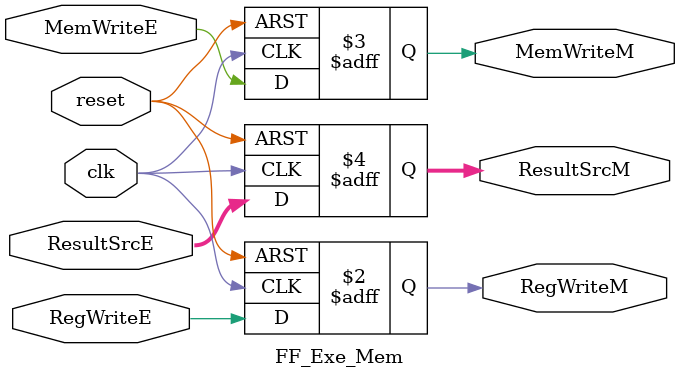
<source format=sv>


module FF_Exe_Mem (
input logic        clk, reset,
input logic        RegWriteE, MemWriteE,
input logic  [1:0] ResultSrcE,  
output logic       RegWriteM, MemWriteM,
output logic [1:0] ResultSrcM);

    always_ff @( posedge clk, posedge reset ) begin
        if (reset) begin
            RegWriteM <= 0;
            MemWriteM <= 0;
            ResultSrcM <= 0;
        end
        else begin
            RegWriteM <= RegWriteE;
            MemWriteM <= MemWriteE;
            ResultSrcM <= ResultSrcE; 
        end      
    end
endmodule

</source>
